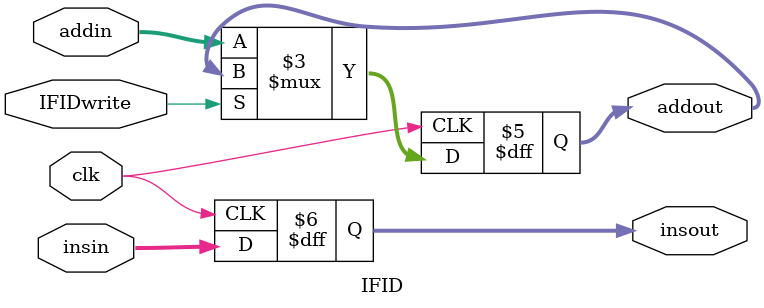
<source format=v>
`timescale 1ns / 1ps
module IFID(addin,insin,IFIDwrite,addout,insout,clk);

input [31:0]addin;
input [31:0]insin;
input IFIDwrite;
input clk;
output [31:0]addout;
output [31:0]insout;
reg [31:0]addout;
reg [31:0]insout;


always @(posedge clk)
begin
if(IFIDwrite == 0)
addout <= addin;
insout <= insin;
end





endmodule

</source>
